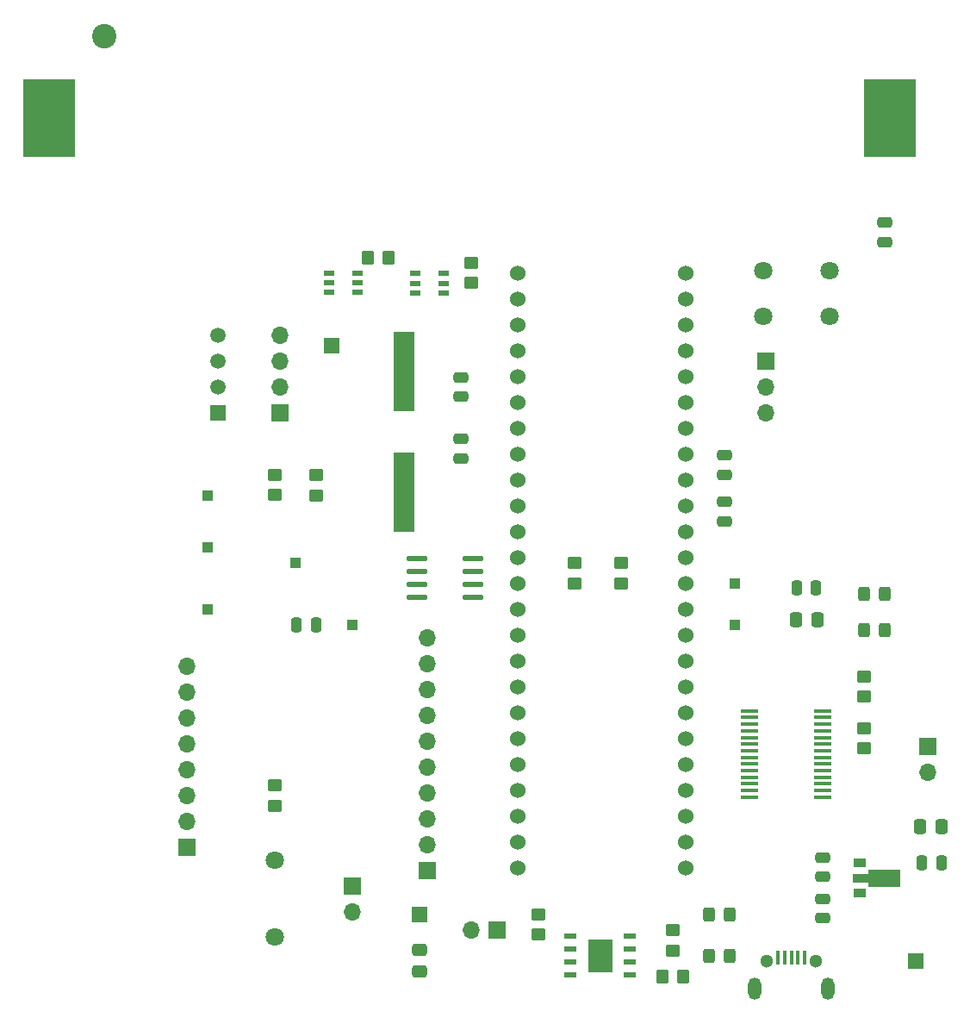
<source format=gbr>
%TF.GenerationSoftware,KiCad,Pcbnew,(7.0.0)*%
%TF.CreationDate,2023-04-13T19:44:05+02:00*%
%TF.ProjectId,EEE3088_design_project,45454533-3038-4385-9f64-657369676e5f,1.0*%
%TF.SameCoordinates,Original*%
%TF.FileFunction,Soldermask,Top*%
%TF.FilePolarity,Negative*%
%FSLAX46Y46*%
G04 Gerber Fmt 4.6, Leading zero omitted, Abs format (unit mm)*
G04 Created by KiCad (PCBNEW (7.0.0)) date 2023-04-13 19:44:05*
%MOMM*%
%LPD*%
G01*
G04 APERTURE LIST*
G04 Aperture macros list*
%AMRoundRect*
0 Rectangle with rounded corners*
0 $1 Rounding radius*
0 $2 $3 $4 $5 $6 $7 $8 $9 X,Y pos of 4 corners*
0 Add a 4 corners polygon primitive as box body*
4,1,4,$2,$3,$4,$5,$6,$7,$8,$9,$2,$3,0*
0 Add four circle primitives for the rounded corners*
1,1,$1+$1,$2,$3*
1,1,$1+$1,$4,$5*
1,1,$1+$1,$6,$7*
1,1,$1+$1,$8,$9*
0 Add four rect primitives between the rounded corners*
20,1,$1+$1,$2,$3,$4,$5,0*
20,1,$1+$1,$4,$5,$6,$7,0*
20,1,$1+$1,$6,$7,$8,$9,0*
20,1,$1+$1,$8,$9,$2,$3,0*%
%AMFreePoly0*
4,1,9,3.862500,-0.866500,0.737500,-0.866500,0.737500,-0.450000,-0.737500,-0.450000,-0.737500,0.450000,0.737500,0.450000,0.737500,0.866500,3.862500,0.866500,3.862500,-0.866500,3.862500,-0.866500,$1*%
G04 Aperture macros list end*
%ADD10R,1.300000X0.900000*%
%ADD11FreePoly0,0.000000*%
%ADD12RoundRect,0.250000X0.450000X-0.350000X0.450000X0.350000X-0.450000X0.350000X-0.450000X-0.350000X0*%
%ADD13RoundRect,0.250000X0.350000X0.450000X-0.350000X0.450000X-0.350000X-0.450000X0.350000X-0.450000X0*%
%ADD14RoundRect,0.250000X-0.250000X-0.475000X0.250000X-0.475000X0.250000X0.475000X-0.250000X0.475000X0*%
%ADD15R,1.700000X1.700000*%
%ADD16O,1.700000X1.700000*%
%ADD17RoundRect,0.250000X0.475000X-0.250000X0.475000X0.250000X-0.475000X0.250000X-0.475000X-0.250000X0*%
%ADD18R,1.500000X1.500000*%
%ADD19R,1.000000X1.000000*%
%ADD20RoundRect,0.250000X-0.337500X-0.475000X0.337500X-0.475000X0.337500X0.475000X-0.337500X0.475000X0*%
%ADD21RoundRect,0.250000X-0.325000X-0.450000X0.325000X-0.450000X0.325000X0.450000X-0.325000X0.450000X0*%
%ADD22C,1.500000*%
%ADD23R,1.000000X0.550013*%
%ADD24C,1.800000*%
%ADD25RoundRect,0.250000X-0.450000X0.350000X-0.450000X-0.350000X0.450000X-0.350000X0.450000X0.350000X0*%
%ADD26RoundRect,0.250000X-0.475000X0.250000X-0.475000X-0.250000X0.475000X-0.250000X0.475000X0.250000X0*%
%ADD27R,0.400000X1.400000*%
%ADD28C,1.300000*%
%ADD29O,1.300000X2.200000*%
%ADD30RoundRect,0.250000X-0.475000X0.337500X-0.475000X-0.337500X0.475000X-0.337500X0.475000X0.337500X0*%
%ADD31RoundRect,0.250000X0.325000X0.450000X-0.325000X0.450000X-0.325000X-0.450000X0.325000X-0.450000X0*%
%ADD32O,2.045009X0.588011*%
%ADD33C,2.400000*%
%ADD34R,5.080010X7.620015*%
%ADD35C,1.524000*%
%ADD36R,1.200000X0.600000*%
%ADD37R,2.400000X3.300000*%
%ADD38R,2.000000X7.875000*%
%ADD39R,1.750000X0.450000*%
G04 APERTURE END LIST*
D10*
%TO.C,U7*%
X172293999Y-141755999D03*
D11*
X172381500Y-143256000D03*
D10*
X172293999Y-144755999D03*
%TD*%
D12*
%TO.C,R9*%
X148844000Y-114300000D03*
X148844000Y-112300000D03*
%TD*%
D13*
%TO.C,R4*%
X154940000Y-152908000D03*
X152940000Y-152908000D03*
%TD*%
D14*
%TO.C,C8*%
X178440000Y-141732000D03*
X180340000Y-141732000D03*
%TD*%
D15*
%TO.C,J3*%
X136651999Y-148335999D03*
D16*
X134111999Y-148335999D03*
%TD*%
D12*
%TO.C,R11*%
X118872000Y-105648000D03*
X118872000Y-103648000D03*
%TD*%
D17*
%TO.C,C10*%
X168656000Y-143124000D03*
X168656000Y-141224000D03*
%TD*%
D14*
%TO.C,C1*%
X166120500Y-114746000D03*
X168020500Y-114746000D03*
%TD*%
%TO.C,C13*%
X116972000Y-118364000D03*
X118872000Y-118364000D03*
%TD*%
D15*
%TO.C,J5*%
X122427999Y-144012999D03*
D16*
X122427999Y-146552999D03*
%TD*%
D18*
%TO.C,TP1*%
X129031999Y-146811999D03*
%TD*%
D19*
%TO.C,TP10*%
X160019999Y-118363999D03*
%TD*%
D20*
%TO.C,C2*%
X166094500Y-117856000D03*
X168169500Y-117856000D03*
%TD*%
D21*
%TO.C,D1*%
X172702000Y-118872000D03*
X174752000Y-118872000D03*
%TD*%
D18*
%TO.C,U8*%
X109219999Y-97536015D03*
D22*
X109220000Y-94996011D03*
X109220000Y-92456005D03*
X109220000Y-89916000D03*
%TD*%
D12*
%TO.C,R5*%
X140716000Y-148812000D03*
X140716000Y-146812000D03*
%TD*%
D17*
%TO.C,C12*%
X174752000Y-80772000D03*
X174752000Y-78872000D03*
%TD*%
D23*
%TO.C,U5*%
X128647948Y-83886037D03*
X128647948Y-84835999D03*
X128647948Y-85785961D03*
X131448050Y-85785961D03*
X131448050Y-84835999D03*
X131448050Y-83886037D03*
%TD*%
D19*
%TO.C,TP5*%
X108203999Y-105663999D03*
%TD*%
D24*
%TO.C,S1*%
X162866064Y-83602064D03*
X169365936Y-83602064D03*
X162866064Y-88101936D03*
X169365936Y-88101936D03*
%TD*%
D25*
%TO.C,R12*%
X114808000Y-134144000D03*
X114808000Y-136144000D03*
%TD*%
D15*
%TO.C,J1*%
X179012999Y-130296999D03*
D16*
X179012999Y-132836999D03*
%TD*%
D24*
%TO.C,TH1*%
X114808000Y-141537936D03*
X114808000Y-149038064D03*
%TD*%
D26*
%TO.C,C5*%
X159004000Y-106304000D03*
X159004000Y-108204000D03*
%TD*%
D19*
%TO.C,TP9*%
X160019999Y-114299999D03*
%TD*%
D23*
%TO.C,U6*%
X120135897Y-83819999D03*
X120135897Y-84769961D03*
X120135897Y-85719923D03*
X122935999Y-85719923D03*
X122935999Y-84769961D03*
X122935999Y-83819999D03*
%TD*%
D15*
%TO.C,J8*%
X106171999Y-140207999D03*
D16*
X106171999Y-137667999D03*
X106171999Y-135127999D03*
X106171999Y-132587999D03*
X106171999Y-130047999D03*
X106171999Y-127507999D03*
X106171999Y-124967999D03*
X106171999Y-122427999D03*
%TD*%
D21*
%TO.C,D4*%
X157462000Y-150876000D03*
X159512000Y-150876000D03*
%TD*%
D12*
%TO.C,R8*%
X144272000Y-114300000D03*
X144272000Y-112300000D03*
%TD*%
D27*
%TO.C,USB1*%
X164308024Y-151051826D03*
X164958012Y-151051826D03*
X165607999Y-151051826D03*
X166257986Y-151051826D03*
X166907974Y-151051826D03*
D28*
X168032943Y-151424446D03*
D29*
X169207948Y-154094498D03*
X162008050Y-154094498D03*
D28*
X163183057Y-151424446D03*
%TD*%
D30*
%TO.C,C9*%
X129032000Y-150346500D03*
X129032000Y-152421500D03*
%TD*%
D12*
%TO.C,R2*%
X172720000Y-125444000D03*
X172720000Y-123444000D03*
%TD*%
D20*
%TO.C,C7*%
X178265000Y-138176000D03*
X180340000Y-138176000D03*
%TD*%
D15*
%TO.C,J6*%
X163067999Y-92470999D03*
D16*
X163067999Y-95010999D03*
X163067999Y-97550999D03*
%TD*%
D31*
%TO.C,D3*%
X159512000Y-146812000D03*
X157462000Y-146812000D03*
%TD*%
D15*
%TO.C,J2*%
X129850999Y-142488999D03*
D16*
X129850999Y-139948999D03*
X129850999Y-137408999D03*
X129850999Y-134868999D03*
X129850999Y-132328999D03*
X129850999Y-129788999D03*
X129850999Y-127248999D03*
X129850999Y-124708999D03*
X129850999Y-122168999D03*
X129850999Y-119628999D03*
%TD*%
D12*
%TO.C,R1*%
X172720000Y-130524000D03*
X172720000Y-128524000D03*
%TD*%
D21*
%TO.C,D2*%
X172702000Y-115316000D03*
X174752000Y-115316000D03*
%TD*%
D17*
%TO.C,C11*%
X168656000Y-147188000D03*
X168656000Y-145288000D03*
%TD*%
D19*
%TO.C,TP6*%
X108203999Y-110743999D03*
%TD*%
D32*
%TO.C,U3*%
X128799583Y-111886995D03*
X128799583Y-113156998D03*
X128799583Y-114427000D03*
X128799583Y-115697003D03*
X134344415Y-115697003D03*
X134344415Y-114427000D03*
X134344415Y-113156998D03*
X134344415Y-111886995D03*
%TD*%
D19*
%TO.C,TP7*%
X122427999Y-118363999D03*
%TD*%
D33*
%TO.C,BT1*%
X98106837Y-60580000D03*
D34*
X175259999Y-68579999D03*
X92633633Y-68579999D03*
%TD*%
D18*
%TO.C,TP3*%
X177799999Y-151383999D03*
%TD*%
D35*
%TO.C,J7*%
X138684000Y-83820000D03*
X138684000Y-86360000D03*
X138684000Y-88900000D03*
X138684000Y-91440000D03*
X138684000Y-93980000D03*
X138684000Y-96520000D03*
X138684000Y-99060000D03*
X138684000Y-101600000D03*
X138684000Y-104140000D03*
X138684000Y-106680000D03*
X138684000Y-109220000D03*
X138684000Y-111760000D03*
X138684000Y-114300000D03*
X138684000Y-116840000D03*
X138684000Y-119380000D03*
X138684000Y-121920000D03*
X138684000Y-124460000D03*
X138684000Y-127000000D03*
X138684000Y-129540000D03*
X138684000Y-132080000D03*
X138684000Y-134620000D03*
X138684000Y-137160000D03*
X138684000Y-139700000D03*
X138684000Y-142240000D03*
X155194000Y-142240000D03*
X155194000Y-139700000D03*
X155194000Y-137160000D03*
X155194000Y-134620000D03*
X155194000Y-132080000D03*
X155194000Y-129540000D03*
X155194000Y-127000000D03*
X155194000Y-124460000D03*
X155194000Y-121920000D03*
X155194000Y-119380000D03*
X155194000Y-116840000D03*
X155194000Y-114300000D03*
X155194000Y-111760000D03*
X155194000Y-109220000D03*
X155194000Y-106680000D03*
X155194000Y-104140000D03*
X155194000Y-101600000D03*
X155194000Y-99060000D03*
X155194000Y-96520000D03*
X155194000Y-93980000D03*
X155194000Y-91440000D03*
X155194000Y-88900000D03*
X155194000Y-86360000D03*
X155194000Y-83820000D03*
%TD*%
D18*
%TO.C,TP2*%
X120395999Y-90931999D03*
%TD*%
D25*
%TO.C,R7*%
X134112000Y-82804000D03*
X134112000Y-84804000D03*
%TD*%
D17*
%TO.C,C3*%
X133129000Y-102009000D03*
X133129000Y-100109000D03*
%TD*%
D36*
%TO.C,U4*%
X143903693Y-148970995D03*
X143903693Y-150240998D03*
X143903693Y-151511000D03*
X143903693Y-152781003D03*
X149720305Y-152781003D03*
X149720305Y-151511000D03*
X149720305Y-150240998D03*
X149720305Y-148970995D03*
D37*
X146811999Y-150875999D03*
%TD*%
D15*
%TO.C,J4*%
X115315999Y-97535999D03*
D16*
X115315999Y-94995999D03*
X115315999Y-92455999D03*
X115315999Y-89915999D03*
%TD*%
D17*
%TO.C,C4*%
X133129000Y-95979000D03*
X133129000Y-94079000D03*
%TD*%
D19*
%TO.C,TP4*%
X116839999Y-112267999D03*
%TD*%
D13*
%TO.C,R6*%
X125984000Y-82296000D03*
X123984000Y-82296000D03*
%TD*%
D38*
%TO.C,Y1*%
X127507999Y-93471999D03*
X127507999Y-105346999D03*
%TD*%
D12*
%TO.C,R10*%
X114808000Y-105632000D03*
X114808000Y-103632000D03*
%TD*%
D25*
%TO.C,R3*%
X153924000Y-148368000D03*
X153924000Y-150368000D03*
%TD*%
D19*
%TO.C,TP8*%
X108203999Y-116839999D03*
%TD*%
D39*
%TO.C,U2*%
X161499999Y-126838999D03*
X161499999Y-127488999D03*
X161499999Y-128138999D03*
X161499999Y-128788999D03*
X161499999Y-129438999D03*
X161499999Y-130088999D03*
X161499999Y-130738999D03*
X161499999Y-131388999D03*
X161499999Y-132038999D03*
X161499999Y-132688999D03*
X161499999Y-133338999D03*
X161499999Y-133988999D03*
X161499999Y-134638999D03*
X161499999Y-135288999D03*
X168699999Y-135288999D03*
X168699999Y-134638999D03*
X168699999Y-133988999D03*
X168699999Y-133338999D03*
X168699999Y-132688999D03*
X168699999Y-132038999D03*
X168699999Y-131388999D03*
X168699999Y-130738999D03*
X168699999Y-130088999D03*
X168699999Y-129438999D03*
X168699999Y-128788999D03*
X168699999Y-128138999D03*
X168699999Y-127488999D03*
X168699999Y-126838999D03*
%TD*%
D17*
%TO.C,C6*%
X159004000Y-103632000D03*
X159004000Y-101732000D03*
%TD*%
M02*

</source>
